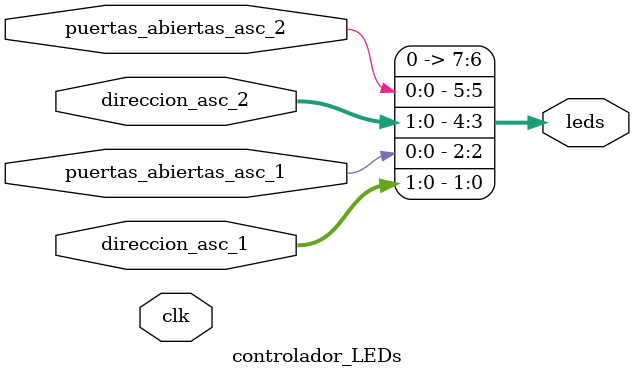
<source format=v>
`timescale 1ns / 1ps
module controlador_LEDs(
		clk,
		direccion_asc_1,
		puertas_abiertas_asc_1,
		direccion_asc_2,
		puertas_abiertas_asc_2,
		
		leds
    );
	 
	 input clk;
	 input [1:0] direccion_asc_1; //00:nada, 01: arriba, 10: abajo.
	 input puertas_abiertas_asc_1; //0: cerradas, 1:abiertas.
	 
	 input [1:0] direccion_asc_2; //00:nada, 01: arriba, 10: abajo.
	 input puertas_abiertas_asc_2; //0: cerradas, 1:abiertas
	 
	 output reg [7:0] leds;
	 
	 wire [7:0] leds_aux;
	 
	 
	 always
	 begin
		leds[7:6] = 2'b00;
		leds[5] = puertas_abiertas_asc_2;
		leds[4:3] = direccion_asc_2;
		leds[2] = puertas_abiertas_asc_1;
		leds[1:0] = direccion_asc_1;
	 end
	 
	 //always @(posedge(clk))
		//leds[7] <= ~leds[7];
	 
	 //assign leds = 8'b11111111;
	 //assign leds = {puertas_abiertas_asc_2,direccion_asc_2,2'b00,puertas_abiertas_asc_1,direccion_asc_1};
	 /*
	 assign leds_aux[7:6] = 2'b00;
	 assign leds_aux[5] = puertas_abiertas_asc_2;
	 assign leds_aux[4:3] = direccion_asc_2;
	 assign leds_aux[2] = puertas_abiertas_asc_1;
	 assign leds_aux[1:0] = direccion_asc_1;
	 
	 assign leds = leds_aux;
*/	 


endmodule

</source>
